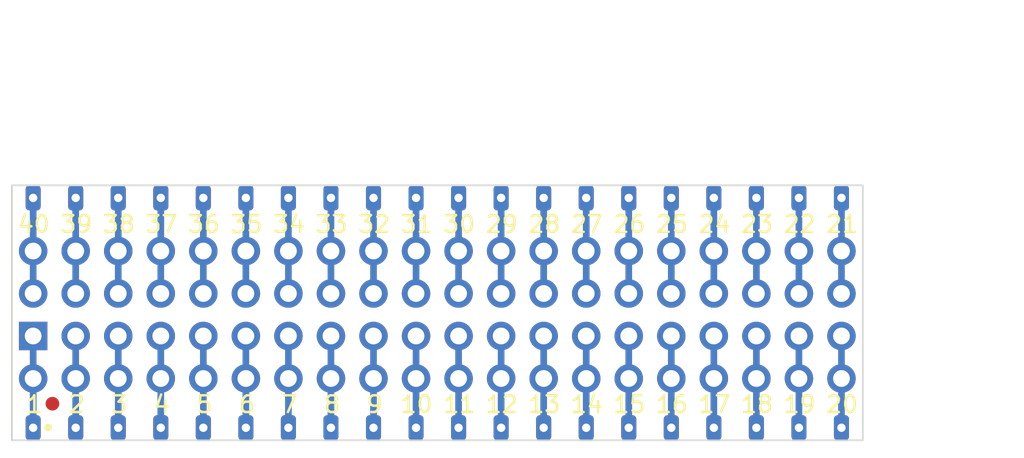
<source format=kicad_pcb>
(kicad_pcb (version 20221018) (generator pcbnew)
  (layers (0 "F.Cu" signal) (31 "B.Cu" signal) (34 "B.Paste" user) (35 "F.Paste" user) (36 "B.SilkS" user "B.Silkscreen") (37 "F.SilkS" user "F.Silkscreen") (38 "B.Mask" user) (39 "F.Mask" user) (44 "Edge.Cuts" user))
  (net 0 "")
  (net 1 "/PIN1")
  (net 2 "/PIN2")
  (net 3 "/PIN3")
  (net 4 "/PIN4")
  (net 5 "/PIN5")
  (net 6 "/PIN6")
  (net 7 "/PIN7")
  (net 8 "/PIN8")
  (net 9 "/PIN9")
  (net 10 "/PIN10")
  (net 11 "/PIN11")
  (net 12 "/PIN12")
  (net 13 "/PIN13")
  (net 14 "/PIN14")
  (net 15 "/PIN16")
  (net 16 "/PIN17")
  (net 17 "/PIN18")
  (net 18 "/PIN19")
  (net 19 "/PIN20")
  (net 20 "/PIN21")
  (net 21 "/PIN22")
  (net 22 "/PIN23")
  (net 23 "/PIN24")
  (net 24 "/PIN25")
  (net 25 "/PIN26")
  (net 26 "/PIN27")
  (net 27 "/PIN28")
  (net 28 "/PIN29")
  (net 29 "/PIN30")
  (net 30 "/PIN31")
  (net 31 "/PIN32")
  (net 32 "/PIN33")
  (net 33 "/PIN34")
  (net 34 "/PIN35")
  (net 35 "/PIN36")
  (net 36 "/PIN37")
  (net 37 "/PIN38")
  (net 38 "/PIN39")
  (net 39 "/PIN40")
  (net 40 "/PIN15")
  (footprint "Connector_PinHeader_2.54mm:PinHeader_2x20_P2.54mm_Vertical" (layer "F.Cu") (at 125.095 96.635 90)
    (fp_text reference "J1" hide)
    (fp_text value "Conn_02x20_Odd_Even")
    (pad "1" thru_hole rect (at 0 0 90) (size 1.7 1.7) (drill 1) (layers "*.Cu" "*.Mask") (net 1 "/PIN1"))
    (pad "2" thru_hole oval (at 2.54 0 90) (size 1.7 1.7) (drill 1) (layers "*.Cu" "*.Mask") (net 39 "/PIN40"))
    (pad "3" thru_hole oval (at 0 2.54 90) (size 1.7 1.7) (drill 1) (layers "*.Cu" "*.Mask") (net 2 "/PIN2"))
    (pad "4" thru_hole oval (at 2.54 2.54 90) (size 1.7 1.7) (drill 1) (layers "*.Cu" "*.Mask") (net 38 "/PIN39"))
    (pad "5" thru_hole oval (at 0 5.08 90) (size 1.7 1.7) (drill 1) (layers "*.Cu" "*.Mask") (net 3 "/PIN3"))
    (pad "6" thru_hole oval (at 2.54 5.08 90) (size 1.7 1.7) (drill 1) (layers "*.Cu" "*.Mask") (net 37 "/PIN38"))
    (pad "7" thru_hole oval (at 0 7.62 90) (size 1.7 1.7) (drill 1) (layers "*.Cu" "*.Mask") (net 4 "/PIN4"))
    (pad "8" thru_hole oval (at 2.54 7.62 90) (size 1.7 1.7) (drill 1) (layers "*.Cu" "*.Mask") (net 36 "/PIN37"))
    (pad "9" thru_hole oval (at 0 10.16 90) (size 1.7 1.7) (drill 1) (layers "*.Cu" "*.Mask") (net 5 "/PIN5"))
    (pad "10" thru_hole oval (at 2.54 10.16 90) (size 1.7 1.7) (drill 1) (layers "*.Cu" "*.Mask") (net 35 "/PIN36"))
    (pad "11" thru_hole oval (at 0 12.7 90) (size 1.7 1.7) (drill 1) (layers "*.Cu" "*.Mask") (net 6 "/PIN6"))
    (pad "12" thru_hole oval (at 2.54 12.7 90) (size 1.7 1.7) (drill 1) (layers "*.Cu" "*.Mask") (net 34 "/PIN35"))
    (pad "13" thru_hole oval (at 0 15.24 90) (size 1.7 1.7) (drill 1) (layers "*.Cu" "*.Mask") (net 7 "/PIN7"))
    (pad "14" thru_hole oval (at 2.54 15.24 90) (size 1.7 1.7) (drill 1) (layers "*.Cu" "*.Mask") (net 33 "/PIN34"))
    (pad "15" thru_hole oval (at 0 17.78 90) (size 1.7 1.7) (drill 1) (layers "*.Cu" "*.Mask") (net 8 "/PIN8"))
    (pad "16" thru_hole oval (at 2.54 17.78 90) (size 1.7 1.7) (drill 1) (layers "*.Cu" "*.Mask") (net 32 "/PIN33"))
    (pad "17" thru_hole oval (at 0 20.32 90) (size 1.7 1.7) (drill 1) (layers "*.Cu" "*.Mask") (net 9 "/PIN9"))
    (pad "18" thru_hole oval (at 2.54 20.32 90) (size 1.7 1.7) (drill 1) (layers "*.Cu" "*.Mask") (net 31 "/PIN32"))
    (pad "19" thru_hole oval (at 0 22.86 90) (size 1.7 1.7) (drill 1) (layers "*.Cu" "*.Mask") (net 10 "/PIN10"))
    (pad "20" thru_hole oval (at 2.54 22.86 90) (size 1.7 1.7) (drill 1) (layers "*.Cu" "*.Mask") (net 30 "/PIN31"))
    (pad "21" thru_hole oval (at 0 25.4 90) (size 1.7 1.7) (drill 1) (layers "*.Cu" "*.Mask") (net 11 "/PIN11"))
    (pad "22" thru_hole oval (at 2.54 25.4 90) (size 1.7 1.7) (drill 1) (layers "*.Cu" "*.Mask") (net 29 "/PIN30"))
    (pad "23" thru_hole oval (at 0 27.94 90) (size 1.7 1.7) (drill 1) (layers "*.Cu" "*.Mask") (net 12 "/PIN12"))
    (pad "24" thru_hole oval (at 2.54 27.94 90) (size 1.7 1.7) (drill 1) (layers "*.Cu" "*.Mask") (net 28 "/PIN29"))
    (pad "25" thru_hole oval (at 0 30.48 90) (size 1.7 1.7) (drill 1) (layers "*.Cu" "*.Mask") (net 13 "/PIN13"))
    (pad "26" thru_hole oval (at 2.54 30.48 90) (size 1.7 1.7) (drill 1) (layers "*.Cu" "*.Mask") (net 27 "/PIN28"))
    (pad "27" thru_hole oval (at 0 33.02 90) (size 1.7 1.7) (drill 1) (layers "*.Cu" "*.Mask") (net 14 "/PIN14"))
    (pad "28" thru_hole oval (at 2.54 33.02 90) (size 1.7 1.7) (drill 1) (layers "*.Cu" "*.Mask") (net 26 "/PIN27"))
    (pad "29" thru_hole oval (at 0 35.56 90) (size 1.7 1.7) (drill 1) (layers "*.Cu" "*.Mask") (net 40 "/PIN15"))
    (pad "30" thru_hole oval (at 2.54 35.56 90) (size 1.7 1.7) (drill 1) (layers "*.Cu" "*.Mask") (net 25 "/PIN26"))
    (pad "31" thru_hole oval (at 0 38.1 90) (size 1.7 1.7) (drill 1) (layers "*.Cu" "*.Mask") (net 15 "/PIN16"))
    (pad "32" thru_hole oval (at 2.54 38.1 90) (size 1.7 1.7) (drill 1) (layers "*.Cu" "*.Mask") (net 24 "/PIN25"))
    (pad "33" thru_hole oval (at 0 40.64 90) (size 1.7 1.7) (drill 1) (layers "*.Cu" "*.Mask") (net 16 "/PIN17"))
    (pad "34" thru_hole oval (at 2.54 40.64 90) (size 1.7 1.7) (drill 1) (layers "*.Cu" "*.Mask") (net 23 "/PIN24"))
    (pad "35" thru_hole oval (at 0 43.18 90) (size 1.7 1.7) (drill 1) (layers "*.Cu" "*.Mask") (net 17 "/PIN18"))
    (pad "36" thru_hole oval (at 2.54 43.18 90) (size 1.7 1.7) (drill 1) (layers "*.Cu" "*.Mask") (net 22 "/PIN23"))
    (pad "37" thru_hole oval (at 0 45.72 90) (size 1.7 1.7) (drill 1) (layers "*.Cu" "*.Mask") (net 18 "/PIN19"))
    (pad "38" thru_hole oval (at 2.54 45.72 90) (size 1.7 1.7) (drill 1) (layers "*.Cu" "*.Mask") (net 21 "/PIN22"))
    (pad "39" thru_hole oval (at 0 48.26 90) (size 1.7 1.7) (drill 1) (layers "*.Cu" "*.Mask") (net 19 "/PIN20"))
    (pad "40" thru_hole oval (at 2.54 48.26 90) (size 1.7 1.7) (drill 1) (layers "*.Cu" "*.Mask") (net 20 "/PIN21"))
  )
  (footprint "UNIC:DIP-40_pin_header" (layer "F.Cu") (at 149.225 95.25 90)
    (fp_text reference "SOCKET1" hide)
    (fp_text value "Conn_02x20_Counter_Clockwise" hide)
    (fp_circle (center -6.858 -23.241) (end -6.731 -23.241) (stroke (width 0.2)) (fill none) (layer "F.SilkS"))
    (pad "1" thru_hole circle locked (at -6.87 -24.13 90) (size 0.8 0.8) (drill 0.5) (layers "*.Cu" "*.Mask") (net 1 "/PIN1"))
    (pad "1" smd roundrect locked (at -6.87 -24.13 90) (size 1.5 0.9) (layers "F.Cu" "F.Paste" "F.Mask") (net 1 "/PIN1"))
    (pad "1" smd roundrect locked (at -6.87 -24.13 90) (size 1.5 0.9) (layers "B.Cu" "B.Paste" "B.Mask") (net 1 "/PIN1"))
    (pad "2" thru_hole circle locked (at -6.87 -21.59 90) (size 0.8 0.8) (drill 0.5) (layers "*.Cu" "*.Mask") (net 2 "/PIN2"))
    (pad "2" smd roundrect locked (at -6.87 -21.59 90) (size 1.5 0.9) (layers "F.Cu" "F.Paste" "F.Mask") (net 2 "/PIN2"))
    (pad "2" smd roundrect locked (at -6.87 -21.59 90) (size 1.5 0.9) (layers "B.Cu" "B.Paste" "B.Mask") (net 2 "/PIN2"))
    (pad "3" thru_hole circle locked (at -6.87 -19.05 90) (size 0.8 0.8) (drill 0.5) (layers "*.Cu" "*.Mask") (net 3 "/PIN3"))
    (pad "3" smd roundrect locked (at -6.87 -19.05 90) (size 1.5 0.9) (layers "F.Cu" "F.Paste" "F.Mask") (net 3 "/PIN3"))
    (pad "3" smd roundrect locked (at -6.87 -19.05 90) (size 1.5 0.9) (layers "B.Cu" "B.Paste" "B.Mask") (net 3 "/PIN3"))
    (pad "4" thru_hole circle locked (at -6.87 -16.51 90) (size 0.8 0.8) (drill 0.5) (layers "*.Cu" "*.Mask") (net 4 "/PIN4"))
    (pad "4" smd roundrect locked (at -6.87 -16.51 90) (size 1.5 0.9) (layers "F.Cu" "F.Paste" "F.Mask") (net 4 "/PIN4"))
    (pad "4" smd roundrect locked (at -6.87 -16.51 90) (size 1.5 0.9) (layers "B.Cu" "B.Paste" "B.Mask") (net 4 "/PIN4"))
    (pad "5" thru_hole circle locked (at -6.87 -13.97 90) (size 0.8 0.8) (drill 0.5) (layers "*.Cu" "*.Mask") (net 5 "/PIN5"))
    (pad "5" smd roundrect locked (at -6.87 -13.97 90) (size 1.5 0.9) (layers "F.Cu" "F.Paste" "F.Mask") (net 5 "/PIN5"))
    (pad "5" smd roundrect locked (at -6.87 -13.97 90) (size 1.5 0.9) (layers "B.Cu" "B.Paste" "B.Mask") (net 5 "/PIN5"))
    (pad "6" thru_hole circle locked (at -6.87 -11.43 90) (size 0.8 0.8) (drill 0.5) (layers "*.Cu" "*.Mask") (net 6 "/PIN6"))
    (pad "6" smd roundrect locked (at -6.87 -11.43 90) (size 1.5 0.9) (layers "F.Cu" "F.Paste" "F.Mask") (net 6 "/PIN6"))
    (pad "6" smd roundrect locked (at -6.87 -11.43 90) (size 1.5 0.9) (layers "B.Cu" "B.Paste" "B.Mask") (net 6 "/PIN6"))
    (pad "7" thru_hole circle locked (at -6.87 -8.89 90) (size 0.8 0.8) (drill 0.5) (layers "*.Cu" "*.Mask") (net 7 "/PIN7"))
    (pad "7" smd roundrect locked (at -6.87 -8.89 90) (size 1.5 0.9) (layers "F.Cu" "F.Paste" "F.Mask") (net 7 "/PIN7"))
    (pad "7" smd roundrect locked (at -6.87 -8.89 90) (size 1.5 0.9) (layers "B.Cu" "B.Paste" "B.Mask") (net 7 "/PIN7"))
    (pad "8" thru_hole circle locked (at -6.87 -6.35 90) (size 0.8 0.8) (drill 0.5) (layers "*.Cu" "*.Mask") (net 8 "/PIN8"))
    (pad "8" smd roundrect locked (at -6.87 -6.35 90) (size 1.5 0.9) (layers "F.Cu" "F.Paste" "F.Mask") (net 8 "/PIN8"))
    (pad "8" smd roundrect locked (at -6.87 -6.35 90) (size 1.5 0.9) (layers "B.Cu" "B.Paste" "B.Mask") (net 8 "/PIN8"))
    (pad "9" thru_hole circle locked (at -6.87 -3.81 90) (size 0.8 0.8) (drill 0.5) (layers "*.Cu" "*.Mask") (net 9 "/PIN9"))
    (pad "9" smd roundrect locked (at -6.87 -3.81 90) (size 1.5 0.9) (layers "F.Cu" "F.Paste" "F.Mask") (net 9 "/PIN9"))
    (pad "9" smd roundrect locked (at -6.87 -3.81 90) (size 1.5 0.9) (layers "B.Cu" "B.Paste" "B.Mask") (net 9 "/PIN9"))
    (pad "10" thru_hole circle locked (at -6.87 -1.27 90) (size 0.8 0.8) (drill 0.5) (layers "*.Cu" "*.Mask") (net 10 "/PIN10"))
    (pad "10" smd roundrect locked (at -6.87 -1.27 90) (size 1.5 0.9) (layers "F.Cu" "F.Paste" "F.Mask") (net 10 "/PIN10"))
    (pad "10" smd roundrect locked (at -6.87 -1.27 90) (size 1.5 0.9) (layers "B.Cu" "B.Paste" "B.Mask") (net 10 "/PIN10"))
    (pad "11" thru_hole circle locked (at -6.87 1.27 90) (size 0.8 0.8) (drill 0.5) (layers "*.Cu" "*.Mask") (net 11 "/PIN11"))
    (pad "11" smd roundrect locked (at -6.87 1.27 90) (size 1.5 0.9) (layers "F.Cu" "F.Paste" "F.Mask") (net 11 "/PIN11"))
    (pad "11" smd roundrect locked (at -6.87 1.27 90) (size 1.5 0.9) (layers "B.Cu" "B.Paste" "B.Mask") (net 11 "/PIN11"))
    (pad "12" thru_hole circle locked (at -6.87 3.81 90) (size 0.8 0.8) (drill 0.5) (layers "*.Cu" "*.Mask") (net 12 "/PIN12"))
    (pad "12" smd roundrect locked (at -6.87 3.81 90) (size 1.5 0.9) (layers "F.Cu" "F.Paste" "F.Mask") (net 12 "/PIN12"))
    (pad "12" smd roundrect locked (at -6.87 3.81 90) (size 1.5 0.9) (layers "B.Cu" "B.Paste" "B.Mask") (net 12 "/PIN12"))
    (pad "13" thru_hole circle locked (at -6.87 6.35 90) (size 0.8 0.8) (drill 0.5) (layers "*.Cu" "*.Mask") (net 13 "/PIN13"))
    (pad "13" smd roundrect locked (at -6.87 6.35 90) (size 1.5 0.9) (layers "F.Cu" "F.Paste" "F.Mask") (net 13 "/PIN13"))
    (pad "13" smd roundrect locked (at -6.87 6.35 90) (size 1.5 0.9) (layers "B.Cu" "B.Paste" "B.Mask") (net 13 "/PIN13"))
    (pad "14" thru_hole circle locked (at -6.87 8.89 90) (size 0.8 0.8) (drill 0.5) (layers "*.Cu" "*.Mask") (net 14 "/PIN14"))
    (pad "14" smd roundrect locked (at -6.87 8.89 90) (size 1.5 0.9) (layers "F.Cu" "F.Paste" "F.Mask") (net 14 "/PIN14"))
    (pad "14" smd roundrect locked (at -6.87 8.89 90) (size 1.5 0.9) (layers "B.Cu" "B.Paste" "B.Mask") (net 14 "/PIN14"))
    (pad "15" thru_hole circle locked (at -6.87 11.43 90) (size 0.8 0.8) (drill 0.5) (layers "*.Cu" "*.Mask") (net 40 "/PIN15"))
    (pad "15" smd roundrect locked (at -6.87 11.43 90) (size 1.5 0.9) (layers "F.Cu" "F.Paste" "F.Mask") (net 40 "/PIN15"))
    (pad "15" smd roundrect locked (at -6.87 11.43 90) (size 1.5 0.9) (layers "B.Cu" "B.Paste" "B.Mask") (net 40 "/PIN15"))
    (pad "16" thru_hole circle locked (at -6.87 13.97 90) (size 0.8 0.8) (drill 0.5) (layers "*.Cu" "*.Mask") (net 15 "/PIN16"))
    (pad "16" smd roundrect locked (at -6.87 13.97 90) (size 1.5 0.9) (layers "F.Cu" "F.Paste" "F.Mask") (net 15 "/PIN16"))
    (pad "16" smd roundrect locked (at -6.87 13.97 90) (size 1.5 0.9) (layers "B.Cu" "B.Paste" "B.Mask") (net 15 "/PIN16"))
    (pad "17" thru_hole circle locked (at -6.87 16.51 90) (size 0.8 0.8) (drill 0.5) (layers "*.Cu" "*.Mask") (net 16 "/PIN17"))
    (pad "17" smd roundrect locked (at -6.87 16.51 90) (size 1.5 0.9) (layers "F.Cu" "F.Paste" "F.Mask") (net 16 "/PIN17"))
    (pad "17" smd roundrect locked (at -6.87 16.51 90) (size 1.5 0.9) (layers "B.Cu" "B.Paste" "B.Mask") (net 16 "/PIN17"))
    (pad "18" thru_hole circle locked (at -6.87 19.05 90) (size 0.8 0.8) (drill 0.5) (layers "*.Cu" "*.Mask") (net 17 "/PIN18"))
    (pad "18" smd roundrect locked (at -6.87 19.05 90) (size 1.5 0.9) (layers "F.Cu" "F.Paste" "F.Mask") (net 17 "/PIN18"))
    (pad "18" smd roundrect locked (at -6.87 19.05 90) (size 1.5 0.9) (layers "B.Cu" "B.Paste" "B.Mask") (net 17 "/PIN18"))
    (pad "19" thru_hole circle locked (at -6.87 21.59 90) (size 0.8 0.8) (drill 0.5) (layers "*.Cu" "*.Mask") (net 18 "/PIN19"))
    (pad "19" smd roundrect locked (at -6.87 21.59 90) (size 1.5 0.9) (layers "F.Cu" "F.Paste" "F.Mask") (net 18 "/PIN19"))
    (pad "19" smd roundrect locked (at -6.87 21.59 90) (size 1.5 0.9) (layers "B.Cu" "B.Paste" "B.Mask") (net 18 "/PIN19"))
    (pad "20" thru_hole circle locked (at -6.87 24.13 90) (size 0.8 0.8) (drill 0.5) (layers "*.Cu" "*.Mask") (net 19 "/PIN20"))
    (pad "20" smd roundrect locked (at -6.87 24.13 90) (size 1.5 0.9) (layers "F.Cu" "F.Paste" "F.Mask") (net 19 "/PIN20"))
    (pad "20" smd roundrect locked (at -6.87 24.13 90) (size 1.5 0.9) (layers "B.Cu" "B.Paste" "B.Mask") (net 19 "/PIN20"))
    (pad "21" thru_hole circle locked (at 6.87 24.13 90) (size 0.8 0.8) (drill 0.5) (layers "*.Cu" "*.Mask") (net 20 "/PIN21"))
    (pad "21" smd roundrect locked (at 6.87 24.13 90) (size 1.5 0.9) (layers "F.Cu" "F.Paste" "F.Mask") (net 20 "/PIN21"))
    (pad "21" smd roundrect locked (at 6.87 24.13 90) (size 1.5 0.9) (layers "B.Cu" "B.Paste" "B.Mask") (net 20 "/PIN21"))
    (pad "22" thru_hole circle locked (at 6.87 21.59 90) (size 0.8 0.8) (drill 0.5) (layers "*.Cu" "*.Mask") (net 21 "/PIN22"))
    (pad "22" smd roundrect locked (at 6.87 21.59 90) (size 1.5 0.9) (layers "F.Cu" "F.Paste" "F.Mask") (net 21 "/PIN22"))
    (pad "22" smd roundrect locked (at 6.87 21.59 90) (size 1.5 0.9) (layers "B.Cu" "B.Paste" "B.Mask") (net 21 "/PIN22"))
    (pad "23" thru_hole circle locked (at 6.87 19.05 90) (size 0.8 0.8) (drill 0.5) (layers "*.Cu" "*.Mask") (net 22 "/PIN23"))
    (pad "23" smd roundrect locked (at 6.87 19.05 90) (size 1.5 0.9) (layers "F.Cu" "F.Paste" "F.Mask") (net 22 "/PIN23"))
    (pad "23" smd roundrect locked (at 6.87 19.05 90) (size 1.5 0.9) (layers "B.Cu" "B.Paste" "B.Mask") (net 22 "/PIN23"))
    (pad "24" thru_hole circle locked (at 6.87 16.51 90) (size 0.8 0.8) (drill 0.5) (layers "*.Cu" "*.Mask") (net 23 "/PIN24"))
    (pad "24" smd roundrect locked (at 6.87 16.51 90) (size 1.5 0.9) (layers "F.Cu" "F.Paste" "F.Mask") (net 23 "/PIN24"))
    (pad "24" smd roundrect locked (at 6.87 16.51 90) (size 1.5 0.9) (layers "B.Cu" "B.Paste" "B.Mask") (net 23 "/PIN24"))
    (pad "25" thru_hole circle locked (at 6.87 13.97 90) (size 0.8 0.8) (drill 0.5) (layers "*.Cu" "*.Mask") (net 24 "/PIN25"))
    (pad "25" smd roundrect locked (at 6.87 13.97 90) (size 1.5 0.9) (layers "F.Cu" "F.Paste" "F.Mask") (net 24 "/PIN25"))
    (pad "25" smd roundrect locked (at 6.87 13.97 90) (size 1.5 0.9) (layers "B.Cu" "B.Paste" "B.Mask") (net 24 "/PIN25"))
    (pad "26" thru_hole circle locked (at 6.87 11.43 90) (size 0.8 0.8) (drill 0.5) (layers "*.Cu" "*.Mask") (net 25 "/PIN26"))
    (pad "26" smd roundrect locked (at 6.87 11.43 90) (size 1.5 0.9) (layers "F.Cu" "F.Paste" "F.Mask") (net 25 "/PIN26"))
    (pad "26" smd roundrect locked (at 6.87 11.43 90) (size 1.5 0.9) (layers "B.Cu" "B.Paste" "B.Mask") (net 25 "/PIN26"))
    (pad "27" thru_hole circle locked (at 6.87 8.89 90) (size 0.8 0.8) (drill 0.5) (layers "*.Cu" "*.Mask") (net 26 "/PIN27"))
    (pad "27" smd roundrect locked (at 6.87 8.89 90) (size 1.5 0.9) (layers "F.Cu" "F.Paste" "F.Mask") (net 26 "/PIN27"))
    (pad "27" smd roundrect locked (at 6.87 8.89 90) (size 1.5 0.9) (layers "B.Cu" "B.Paste" "B.Mask") (net 26 "/PIN27"))
    (pad "28" thru_hole circle locked (at 6.87 6.35 90) (size 0.8 0.8) (drill 0.5) (layers "*.Cu" "*.Mask") (net 27 "/PIN28"))
    (pad "28" smd roundrect locked (at 6.87 6.35 90) (size 1.5 0.9) (layers "F.Cu" "F.Paste" "F.Mask") (net 27 "/PIN28"))
    (pad "28" smd roundrect locked (at 6.87 6.35 90) (size 1.5 0.9) (layers "B.Cu" "B.Paste" "B.Mask") (net 27 "/PIN28"))
    (pad "29" thru_hole circle locked (at 6.87 3.81 90) (size 0.8 0.8) (drill 0.5) (layers "*.Cu" "*.Mask") (net 28 "/PIN29"))
    (pad "29" smd roundrect locked (at 6.87 3.81 90) (size 1.5 0.9) (layers "F.Cu" "F.Paste" "F.Mask") (net 28 "/PIN29"))
    (pad "29" smd roundrect locked (at 6.87 3.81 90) (size 1.5 0.9) (layers "B.Cu" "B.Paste" "B.Mask") (net 28 "/PIN29"))
    (pad "30" thru_hole circle locked (at 6.87 1.27 90) (size 0.8 0.8) (drill 0.5) (layers "*.Cu" "*.Mask") (net 29 "/PIN30"))
    (pad "30" smd roundrect locked (at 6.87 1.27 90) (size 1.5 0.9) (layers "F.Cu" "F.Paste" "F.Mask") (net 29 "/PIN30"))
    (pad "30" smd roundrect locked (at 6.87 1.27 90) (size 1.5 0.9) (layers "B.Cu" "B.Paste" "B.Mask") (net 29 "/PIN30"))
    (pad "31" thru_hole circle locked (at 6.87 -1.27 90) (size 0.8 0.8) (drill 0.5) (layers "*.Cu" "*.Mask") (net 30 "/PIN31"))
    (pad "31" smd roundrect locked (at 6.87 -1.27 90) (size 1.5 0.9) (layers "F.Cu" "F.Paste" "F.Mask") (net 30 "/PIN31"))
    (pad "31" smd roundrect locked (at 6.87 -1.27 90) (size 1.5 0.9) (layers "B.Cu" "B.Paste" "B.Mask") (net 30 "/PIN31"))
    (pad "32" thru_hole circle locked (at 6.87 -3.81 90) (size 0.8 0.8) (drill 0.5) (layers "*.Cu" "*.Mask") (net 31 "/PIN32"))
    (pad "32" smd roundrect locked (at 6.87 -3.81 90) (size 1.5 0.9) (layers "F.Cu" "F.Paste" "F.Mask") (net 31 "/PIN32"))
    (pad "32" smd roundrect locked (at 6.87 -3.81 90) (size 1.5 0.9) (layers "B.Cu" "B.Paste" "B.Mask") (net 31 "/PIN32"))
    (pad "33" thru_hole circle locked (at 6.87 -6.35 90) (size 0.8 0.8) (drill 0.5) (layers "*.Cu" "*.Mask") (net 32 "/PIN33"))
    (pad "33" smd roundrect locked (at 6.87 -6.35 90) (size 1.5 0.9) (layers "F.Cu" "F.Paste" "F.Mask") (net 32 "/PIN33"))
    (pad "33" smd roundrect locked (at 6.87 -6.35 90) (size 1.5 0.9) (layers "B.Cu" "B.Paste" "B.Mask") (net 32 "/PIN33"))
    (pad "34" thru_hole circle locked (at 6.87 -8.89 90) (size 0.8 0.8) (drill 0.5) (layers "*.Cu" "*.Mask") (net 33 "/PIN34"))
    (pad "34" smd roundrect locked (at 6.87 -8.89 90) (size 1.5 0.9) (layers "F.Cu" "F.Paste" "F.Mask") (net 33 "/PIN34"))
    (pad "34" smd roundrect locked (at 6.87 -8.89 90) (size 1.5 0.9) (layers "B.Cu" "B.Paste" "B.Mask") (net 33 "/PIN34"))
    (pad "35" thru_hole circle locked (at 6.87 -11.43 90) (size 0.8 0.8) (drill 0.5) (layers "*.Cu" "*.Mask") (net 34 "/PIN35"))
    (pad "35" smd roundrect locked (at 6.87 -11.43 90) (size 1.5 0.9) (layers "F.Cu" "F.Paste" "F.Mask") (net 34 "/PIN35"))
    (pad "35" smd roundrect locked (at 6.87 -11.43 90) (size 1.5 0.9) (layers "B.Cu" "B.Paste" "B.Mask") (net 34 "/PIN35"))
    (pad "36" thru_hole circle locked (at 6.87 -13.97 90) (size 0.8 0.8) (drill 0.5) (layers "*.Cu" "*.Mask") (net 35 "/PIN36"))
    (pad "36" smd roundrect locked (at 6.87 -13.97 90) (size 1.5 0.9) (layers "F.Cu" "F.Paste" "F.Mask") (net 35 "/PIN36"))
    (pad "36" smd roundrect locked (at 6.87 -13.97 90) (size 1.5 0.9) (layers "B.Cu" "B.Paste" "B.Mask") (net 35 "/PIN36"))
    (pad "37" thru_hole circle locked (at 6.87 -16.51 90) (size 0.8 0.8) (drill 0.5) (layers "*.Cu" "*.Mask") (net 36 "/PIN37"))
    (pad "37" smd roundrect locked (at 6.87 -16.51 90) (size 1.5 0.9) (layers "F.Cu" "F.Paste" "F.Mask") (net 36 "/PIN37"))
    (pad "37" smd roundrect locked (at 6.87 -16.51 90) (size 1.5 0.9) (layers "B.Cu" "B.Paste" "B.Mask") (net 36 "/PIN37"))
    (pad "38" thru_hole circle locked (at 6.87 -19.05 90) (size 0.8 0.8) (drill 0.5) (layers "*.Cu" "*.Mask") (net 37 "/PIN38"))
    (pad "38" smd roundrect locked (at 6.87 -19.05 90) (size 1.5 0.9) (layers "F.Cu" "F.Paste" "F.Mask") (net 37 "/PIN38"))
    (pad "38" smd roundrect locked (at 6.87 -19.05 90) (size 1.5 0.9) (layers "B.Cu" "B.Paste" "B.Mask") (net 37 "/PIN38"))
    (pad "39" thru_hole circle locked (at 6.87 -21.59 90) (size 0.8 0.8) (drill 0.5) (layers "*.Cu" "*.Mask") (net 38 "/PIN39"))
    (pad "39" smd roundrect locked (at 6.87 -21.59 90) (size 1.5 0.9) (layers "F.Cu" "F.Paste" "F.Mask") (net 38 "/PIN39"))
    (pad "39" smd roundrect locked (at 6.87 -21.59 90) (size 1.5 0.9) (layers "B.Cu" "B.Paste" "B.Mask") (net 38 "/PIN39"))
    (pad "40" thru_hole circle locked (at 6.87 -24.13 90) (size 0.8 0.8) (drill 0.5) (layers "*.Cu" "*.Mask") (net 39 "/PIN40"))
    (pad "40" smd roundrect locked (at 6.87 -24.13 90) (size 1.5 0.9) (layers "F.Cu" "F.Paste" "F.Mask") (net 39 "/PIN40"))
    (pad "40" smd roundrect locked (at 6.87 -24.13 90) (size 1.5 0.9) (layers "B.Cu" "B.Paste" "B.Mask") (net 39 "/PIN40"))
  )
  (footprint "Connector_PinHeader_2.54mm:PinHeader_1x20_P2.54mm_Vertical" (layer "F.Cu") (at 125.095 91.555 90)
    (fp_text reference "J2" hide)
    (fp_text value "Conn_01x20")
    (pad "1" thru_hole circle (at 0 0 90) (size 1.7 1.7) (drill 1) (layers "*.Cu" "*.Mask") (net 39 "/PIN40"))
    (pad "2" thru_hole oval (at 0 2.54 90) (size 1.7 1.7) (drill 1) (layers "*.Cu" "*.Mask") (net 38 "/PIN39"))
    (pad "3" thru_hole oval (at 0 5.08 90) (size 1.7 1.7) (drill 1) (layers "*.Cu" "*.Mask") (net 37 "/PIN38"))
    (pad "4" thru_hole oval (at 0 7.62 90) (size 1.7 1.7) (drill 1) (layers "*.Cu" "*.Mask") (net 36 "/PIN37"))
    (pad "5" thru_hole oval (at 0 10.16 90) (size 1.7 1.7) (drill 1) (layers "*.Cu" "*.Mask") (net 35 "/PIN36"))
    (pad "6" thru_hole oval (at 0 12.7 90) (size 1.7 1.7) (drill 1) (layers "*.Cu" "*.Mask") (net 34 "/PIN35"))
    (pad "7" thru_hole oval (at 0 15.24 90) (size 1.7 1.7) (drill 1) (layers "*.Cu" "*.Mask") (net 33 "/PIN34"))
    (pad "8" thru_hole oval (at 0 17.78 90) (size 1.7 1.7) (drill 1) (layers "*.Cu" "*.Mask") (net 32 "/PIN33"))
    (pad "9" thru_hole oval (at 0 20.32 90) (size 1.7 1.7) (drill 1) (layers "*.Cu" "*.Mask") (net 31 "/PIN32"))
    (pad "10" thru_hole oval (at 0 22.86 90) (size 1.7 1.7) (drill 1) (layers "*.Cu" "*.Mask") (net 30 "/PIN31"))
    (pad "11" thru_hole oval (at 0 25.4 90) (size 1.7 1.7) (drill 1) (layers "*.Cu" "*.Mask") (net 29 "/PIN30"))
    (pad "12" thru_hole oval (at 0 27.94 90) (size 1.7 1.7) (drill 1) (layers "*.Cu" "*.Mask") (net 28 "/PIN29"))
    (pad "13" thru_hole oval (at 0 30.48 90) (size 1.7 1.7) (drill 1) (layers "*.Cu" "*.Mask") (net 27 "/PIN28"))
    (pad "14" thru_hole oval (at 0 33.02 90) (size 1.7 1.7) (drill 1) (layers "*.Cu" "*.Mask") (net 26 "/PIN27"))
    (pad "15" thru_hole oval (at 0 35.56 90) (size 1.7 1.7) (drill 1) (layers "*.Cu" "*.Mask") (net 25 "/PIN26"))
    (pad "16" thru_hole oval (at 0 38.1 90) (size 1.7 1.7) (drill 1) (layers "*.Cu" "*.Mask") (net 24 "/PIN25"))
    (pad "17" thru_hole oval (at 0 40.64 90) (size 1.7 1.7) (drill 1) (layers "*.Cu" "*.Mask") (net 23 "/PIN24"))
    (pad "18" thru_hole oval (at 0 43.18 90) (size 1.7 1.7) (drill 1) (layers "*.Cu" "*.Mask") (net 22 "/PIN23"))
    (pad "19" thru_hole oval (at 0 45.72 90) (size 1.7 1.7) (drill 1) (layers "*.Cu" "*.Mask") (net 21 "/PIN22"))
    (pad "20" thru_hole oval (at 0 48.26 90) (size 1.7 1.7) (drill 1) (layers "*.Cu" "*.Mask") (net 20 "/PIN21"))
  )
  (footprint "Connector_PinHeader_2.54mm:PinHeader_1x20_P2.54mm_Vertical" (layer "F.Cu") (at 125.095 99.175 90)
    (fp_text reference "J3" hide)
    (fp_text value "Conn_01x20")
    (pad "1" thru_hole circle (at 0 0 90) (size 1.7 1.7) (drill 1) (layers "*.Cu" "*.Mask") (net 1 "/PIN1"))
    (pad "2" thru_hole oval (at 0 2.54 90) (size 1.7 1.7) (drill 1) (layers "*.Cu" "*.Mask") (net 2 "/PIN2"))
    (pad "3" thru_hole oval (at 0 5.08 90) (size 1.7 1.7) (drill 1) (layers "*.Cu" "*.Mask") (net 3 "/PIN3"))
    (pad "4" thru_hole oval (at 0 7.62 90) (size 1.7 1.7) (drill 1) (layers "*.Cu" "*.Mask") (net 4 "/PIN4"))
    (pad "5" thru_hole oval (at 0 10.16 90) (size 1.7 1.7) (drill 1) (layers "*.Cu" "*.Mask") (net 5 "/PIN5"))
    (pad "6" thru_hole oval (at 0 12.7 90) (size 1.7 1.7) (drill 1) (layers "*.Cu" "*.Mask") (net 6 "/PIN6"))
    (pad "7" thru_hole oval (at 0 15.24 90) (size 1.7 1.7) (drill 1) (layers "*.Cu" "*.Mask") (net 7 "/PIN7"))
    (pad "8" thru_hole oval (at 0 17.78 90) (size 1.7 1.7) (drill 1) (layers "*.Cu" "*.Mask") (net 8 "/PIN8"))
    (pad "9" thru_hole oval (at 0 20.32 90) (size 1.7 1.7) (drill 1) (layers "*.Cu" "*.Mask") (net 9 "/PIN9"))
    (pad "10" thru_hole oval (at 0 22.86 90) (size 1.7 1.7) (drill 1) (layers "*.Cu" "*.Mask") (net 10 "/PIN10"))
    (pad "11" thru_hole oval (at 0 25.4 90) (size 1.7 1.7) (drill 1) (layers "*.Cu" "*.Mask") (net 11 "/PIN11"))
    (pad "12" thru_hole oval (at 0 27.94 90) (size 1.7 1.7) (drill 1) (layers "*.Cu" "*.Mask") (net 12 "/PIN12"))
    (pad "13" thru_hole oval (at 0 30.48 90) (size 1.7 1.7) (drill 1) (layers "*.Cu" "*.Mask") (net 13 "/PIN13"))
    (pad "14" thru_hole oval (at 0 33.02 90) (size 1.7 1.7) (drill 1) (layers "*.Cu" "*.Mask") (net 14 "/PIN14"))
    (pad "15" thru_hole oval (at 0 35.56 90) (size 1.7 1.7) (drill 1) (layers "*.Cu" "*.Mask") (net 40 "/PIN15"))
    (pad "16" thru_hole oval (at 0 38.1 90) (size 1.7 1.7) (drill 1) (layers "*.Cu" "*.Mask") (net 15 "/PIN16"))
    (pad "17" thru_hole oval (at 0 40.64 90) (size 1.7 1.7) (drill 1) (layers "*.Cu" "*.Mask") (net 16 "/PIN17"))
    (pad "18" thru_hole oval (at 0 43.18 90) (size 1.7 1.7) (drill 1) (layers "*.Cu" "*.Mask") (net 17 "/PIN18"))
    (pad "19" thru_hole oval (at 0 45.72 90) (size 1.7 1.7) (drill 1) (layers "*.Cu" "*.Mask") (net 18 "/PIN19"))
    (pad "20" thru_hole oval (at 0 48.26 90) (size 1.7 1.7) (drill 1) (layers "*.Cu" "*.Mask") (net 19 "/PIN20"))
  )
  (gr_circle (center 126.24485 100.681893) (end 126.55407 100.681893) (stroke (width 0.2)) (fill solid) (layer "F.Cu"))
  (gr_rect (start 123.825 87.63) (end 174.625 102.87) (stroke (width 0.1)) (fill none) (layer "Edge.Cuts"))
  (gr_text "4" (at 132.207 101.3086) (layer "F.SilkS") (effects (font (size 1 1)) (justify left bottom)))
  (gr_text "19" (at 169.799 101.3086) (layer "F.SilkS") (effects (font (size 1 1)) (justify left bottom)))
  (gr_text "16" (at 162.179 101.3086) (layer "F.SilkS") (effects (font (size 1 1)) (justify left bottom)))
  (gr_text "1" (at 124.587 101.3086) (layer "F.SilkS") (effects (font (size 1 1)) (justify left bottom)))
  (gr_text "14" (at 157.099 101.3086) (layer "F.SilkS") (effects (font (size 1 1)) (justify left bottom)))
  (gr_text "29" (at 152.019 90.539) (layer "F.SilkS") (effects (font (size 1 1)) (justify left bottom)))
  (gr_text "36" (at 134.239 90.539) (layer "F.SilkS") (effects (font (size 1 1)) (justify left bottom)))
  (gr_text "18" (at 167.259 101.3086) (layer "F.SilkS") (effects (font (size 1 1)) (justify left bottom)))
  (gr_text "3" (at 129.667 101.3086) (layer "F.SilkS") (effects (font (size 1 1)) (justify left bottom)))
  (gr_text "24" (at 164.719 90.539) (layer "F.SilkS") (effects (font (size 1 1)) (justify left bottom)))
  (gr_text "6" (at 137.287 101.3086) (layer "F.SilkS") (effects (font (size 1 1)) (justify left bottom)))
  (gr_text "22" (at 169.799 90.539) (layer "F.SilkS") (effects (font (size 1 1)) (justify left bottom)))
  (gr_text "13" (at 154.559 101.3086) (layer "F.SilkS") (effects (font (size 1 1)) (justify left bottom)))
  (gr_text "2" (at 127.127 101.3086) (layer "F.SilkS") (effects (font (size 1 1)) (justify left bottom)))
  (gr_text "10" (at 146.939 101.3086) (layer "F.SilkS") (effects (font (size 1 1)) (justify left bottom)))
  (gr_text "34" (at 139.319 90.539) (layer "F.SilkS") (effects (font (size 1 1)) (justify left bottom)))
  (gr_text "39" (at 126.619 90.539) (layer "F.SilkS") (effects (font (size 1 1)) (justify left bottom)))
  (gr_text "12" (at 152.019 101.3086) (layer "F.SilkS") (effects (font (size 1 1)) (justify left bottom)))
  (gr_text "25" (at 162.179 90.539) (layer "F.SilkS") (effects (font (size 1 1)) (justify left bottom)))
  (gr_text "17" (at 164.719 101.3086) (layer "F.SilkS") (effects (font (size 1 1)) (justify left bottom)))
  (gr_text "38" (at 129.159 90.539) (layer "F.SilkS") (effects (font (size 1 1)) (justify left bottom)))
  (gr_text "8" (at 142.367 101.3086) (layer "F.SilkS") (effects (font (size 1 1)) (justify left bottom)))
  (gr_text "20" (at 172.339 101.3086) (layer "F.SilkS") (effects (font (size 1 1)) (justify left bottom)))
  (gr_text "26" (at 159.639 90.539) (layer "F.SilkS") (effects (font (size 1 1)) (justify left bottom)))
  (gr_text "23" (at 167.259 90.539) (layer "F.SilkS") (effects (font (size 1 1)) (justify left bottom)))
  (gr_text "5" (at 134.747 101.3086) (layer "F.SilkS") (effects (font (size 1 1)) (justify left bottom)))
  (gr_text "28" (at 154.559 90.539) (layer "F.SilkS") (effects (font (size 1 1)) (justify left bottom)))
  (gr_text "15" (at 159.639 101.3086) (layer "F.SilkS") (effects (font (size 1 1)) (justify left bottom)))
  (gr_text "33" (at 141.859 90.539) (layer "F.SilkS") (effects (font (size 1 1)) (justify left bottom)))
  (gr_text "30" (at 149.479 90.539) (layer "F.SilkS") (effects (font (size 1 1)) (justify left bottom)))
  (gr_text "7" (at 139.827 101.3086) (layer "F.SilkS") (effects (font (size 1 1)) (justify left bottom)))
  (gr_text "35" (at 136.779 90.539) (layer "F.SilkS") (effects (font (size 1 1)) (justify left bottom)))
  (gr_text "32" (at 144.399 90.539) (layer "F.SilkS") (effects (font (size 1 1)) (justify left bottom)))
  (gr_text "21" (at 172.339 90.539) (layer "F.SilkS") (effects (font (size 1 1)) (justify left bottom)))
  (gr_text "9" (at 144.907 101.3086) (layer "F.SilkS") (effects (font (size 1 1)) (justify left bottom)))
  (gr_text "37" (at 131.699 90.539) (layer "F.SilkS") (effects (font (size 1 1)) (justify left bottom)))
  (gr_text "11" (at 149.479 101.3086) (layer "F.SilkS") (effects (font (size 1 1)) (justify left bottom)))
  (gr_text "27" (at 157.099 90.539) (layer "F.SilkS") (effects (font (size 1 1)) (justify left bottom)))
  (gr_text "40" (at 124.079 90.539) (layer "F.SilkS") (effects (font (size 1 1)) (justify left bottom)))
  (gr_text "31" (at 146.939 90.539) (layer "F.SilkS") (effects (font (size 1 1)) (justify left bottom)))
  (segment (start 125.095 96.635) (end 125.095 102.12) (width 0.4) (layer "B.Cu") (net 1))
  (segment (start 127.635 96.635) (end 127.635 102.12) (width 0.4) (layer "B.Cu") (net 2))
  (segment (start 130.175 96.635) (end 130.175 102.12) (width 0.4) (layer "B.Cu") (net 3))
  (segment (start 132.715 96.635) (end 132.715 102.12) (width 0.4) (layer "B.Cu") (net 4))
  (segment (start 135.255 96.635) (end 135.255 102.12) (width 0.4) (layer "B.Cu") (net 5))
  (segment (start 137.795 96.635) (end 137.795 102.12) (width 0.4) (layer "B.Cu") (net 6))
  (segment (start 140.335 96.635) (end 140.335 102.12) (width 0.4) (layer "B.Cu") (net 7))
  (segment (start 142.875 96.635) (end 142.875 102.12) (width 0.4) (layer "B.Cu") (net 8))
  (segment (start 145.415 96.635) (end 145.415 102.12) (width 0.4) (layer "B.Cu") (net 9))
  (segment (start 147.955 96.635) (end 147.955 102.12) (width 0.4) (layer "B.Cu") (net 10))
  (segment (start 150.495 96.635) (end 150.495 102.12) (width 0.4) (layer "B.Cu") (net 11))
  (segment (start 153.035 96.635) (end 153.035 102.12) (width 0.4) (layer "B.Cu") (net 12))
  (segment (start 155.575 96.635) (end 155.575 102.12) (width 0.4) (layer "B.Cu") (net 13))
  (segment (start 158.115 96.635) (end 158.115 102.12) (width 0.4) (layer "B.Cu") (net 14))
  (segment (start 163.195 96.635) (end 163.195 102.12) (width 0.4) (layer "B.Cu") (net 15))
  (segment (start 165.735 96.635) (end 165.735 102.12) (width 0.4) (layer "B.Cu") (net 16))
  (segment (start 168.275 96.635) (end 168.275 102.12) (width 0.4) (layer "B.Cu") (net 17))
  (segment (start 170.815 96.635) (end 170.815 102.12) (width 0.4) (layer "B.Cu") (net 18))
  (segment (start 173.355 96.635) (end 173.355 102.12) (width 0.4) (layer "B.Cu") (net 19))
  (segment (start 173.355 88.38) (end 173.355 94.095) (width 0.4) (layer "B.Cu") (net 20))
  (segment (start 170.815 88.38) (end 170.815 94.095) (width 0.4) (layer "B.Cu") (net 21))
  (segment (start 168.275 88.38) (end 168.275 94.095) (width 0.4) (layer "B.Cu") (net 22))
  (segment (start 165.735 88.38) (end 165.735 94.095) (width 0.4) (layer "B.Cu") (net 23))
  (segment (start 163.195 88.38) (end 163.195 94.095) (width 0.4) (layer "B.Cu") (net 24))
  (segment (start 160.655 88.38) (end 160.655 94.095) (width 0.4) (layer "B.Cu") (net 25))
  (segment (start 158.115 88.38) (end 158.115 94.095) (width 0.4) (layer "B.Cu") (net 26))
  (segment (start 155.575 88.38) (end 155.575 94.095) (width 0.4) (layer "B.Cu") (net 27))
  (segment (start 153.035 88.38) (end 153.035 94.095) (width 0.4) (layer "B.Cu") (net 28))
  (segment (start 150.495 88.38) (end 150.495 94.095) (width 0.4) (layer "B.Cu") (net 29))
  (segment (start 147.955 88.38) (end 147.955 94.095) (width 0.4) (layer "B.Cu") (net 30))
  (segment (start 145.415 88.38) (end 145.415 94.095) (width 0.4) (layer "B.Cu") (net 31))
  (segment (start 142.875 88.38) (end 142.875 94.095) (width 0.4) (layer "B.Cu") (net 32))
  (segment (start 140.335 88.38) (end 140.335 94.095) (width 0.4) (layer "B.Cu") (net 33))
  (segment (start 137.795 88.38) (end 137.795 94.095) (width 0.4) (layer "B.Cu") (net 34))
  (segment (start 135.255 88.38) (end 135.255 94.095) (width 0.4) (layer "B.Cu") (net 35))
  (segment (start 132.715 88.38) (end 132.715 94.095) (width 0.4) (layer "B.Cu") (net 36))
  (segment (start 130.175 88.38) (end 130.175 94.095) (width 0.4) (layer "B.Cu") (net 37))
  (segment (start 127.635 88.38) (end 127.635 94.095) (width 0.4) (layer "B.Cu") (net 38))
  (segment (start 125.095 88.38) (end 125.095 94.095) (width 0.4) (layer "B.Cu") (net 39))
  (segment (start 160.655 96.635) (end 160.655 102.12) (width 0.4) (layer "B.Cu") (net 40))
)
</source>
